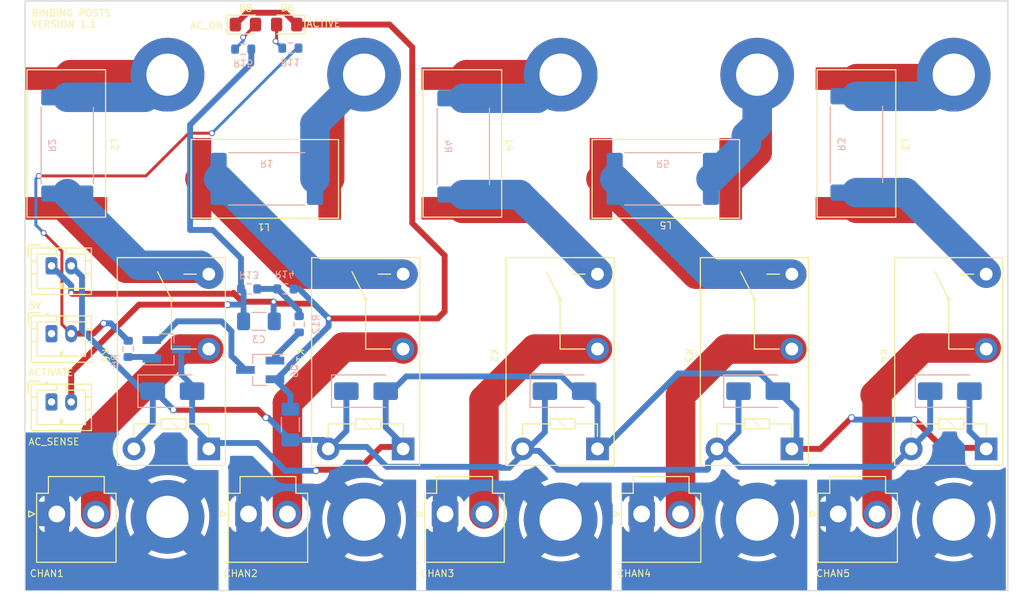
<source format=kicad_pcb>
(kicad_pcb (version 20221018) (generator pcbnew)
  (layers (0 "F.Cu" signal) (31 "B.Cu" signal) (34 "B.Paste" user) (35 "F.Paste" user) (36 "B.SilkS" user "B.Silkscreen") (37 "F.SilkS" user "F.Silkscreen") (38 "B.Mask" user) (39 "F.Mask" user) (44 "Edge.Cuts" user))
  (net 0 "")
  (net 1 "PGND")
  (net 2 "SPEAKER")
  (net 3 "SPEAKER2")
  (net 4 "PGND2")
  (net 5 "SIGNAL2")
  (net 6 "SPEAKER3")
  (net 7 "PGND3")
  (net 8 "SIGNAL3")
  (net 9 "SPEAKER4")
  (net 10 "PGND4")
  (net 11 "SIGNAL4")
  (net 12 "SPEAKER5")
  (net 13 "PGND5")
  (net 14 "SIGNAL5")
  (net 15 "5V")
  (net 16 "Net-(D1-A)")
  (net 17 "Net-(Q1-B)")
  (net 18 "ACTIVATE")
  (net 19 "SIGNAL1_OUT")
  (net 20 "SIGNAL1")
  (net 21 "SIGNAL2_OUT")
  (net 22 "SIGNAL3_OUT")
  (net 23 "SIGNAL4_OUT")
  (net 24 "SIGNAL5_OUT")
  (net 25 "Net-(D6-A)")
  (net 26 "Net-(Q1-E)")
  (net 27 "Net-(Q6-B)")
  (net 28 "AC_SENSE")
  (net 29 "RELAY_GND")
  (net 30 "AC_ACTIVE")
  (net 31 "Net-(D8-A)")
  (net 32 "AC_GND")
  (net 33 "ACTIVATE_GND")
  (footprint "LED_SMD:LED_0805_2012Metric_Pad1.15x1.40mm_HandSolder" (layer "F.Cu") (at 145.925 42.9)
    (fp_text reference "D8" (at 0 -1.65 unlocked) (layer "F.SilkS") (effects (font (size 0.7 0.7) (thickness 0.1))))
    (fp_text value "YELLOW")
    (pad "1" smd roundrect (at -1.025 0) (size 1.15 1.4) (layers "F.Cu" "F.Paste" "F.Mask") (roundrect_rratio 0.217391) (net 29 "RELAY_GND"))
    (pad "2" smd roundrect (at 1.025 0) (size 1.15 1.4) (layers "F.Cu" "F.Paste" "F.Mask") (roundrect_rratio 0.217391) (net 31 "Net-(D8-A)"))
  )
  (footprint "Components:929SQ-501JEC 500nh Air Core Inductor" (layer "F.Cu") (at 188.7 58.6 180)
    (fp_text reference "L5" (at 0 -4.7 180 unlocked) (layer "F.SilkS") (effects (font (size 0.7 0.7) (thickness 0.1))))
    (fp_text value "0.5u")
    (pad "1" smd rect (at -6.6 0 180) (size 2.3 8.3) (layers "F.Cu" "F.Paste" "F.Mask") (net 9 "SPEAKER4"))
    (pad "2" smd rect (at 6.6 0 180) (size 2.3 8.3) (layers "F.Cu" "F.Paste" "F.Mask") (net 23 "SIGNAL4_OUT"))
  )
  (footprint "Connector_JST:JST_VH_B2P-VH-B_1x02_P3.96mm_Vertical" (layer "F.Cu") (at 166.2425 92.7)
    (fp_text reference "J4" hide)
    (fp_text value "Conn_01x02_Male")
    (pad "1" thru_hole roundrect (at 0 0) (size 2.7 2.7) (drill 1.7) (layers "*.Cu" "*.Mask") (roundrect_rratio 0.092593) (net 7 "PGND3"))
    (pad "2" thru_hole circle (at 3.96 0) (size 2.7 2.7) (drill 1.7) (layers "*.Cu" "*.Mask") (net 8 "SIGNAL3"))
  )
  (footprint "Components:929SQ-501JEC 500nh Air Core Inductor" (layer "F.Cu") (at 208.1 55 -90)
    (fp_text reference "L3" (at 0.1 -5 -90 unlocked) (layer "F.SilkS") (effects (font (size 0.7 0.7) (thickness 0.1))))
    (fp_text value "538n")
    (pad "1" smd rect (at -6.6 0 270) (size 2.3 8.3) (layers "F.Cu" "F.Paste" "F.Mask") (net 12 "SPEAKER5"))
    (pad "2" smd rect (at 6.6 0 270) (size 2.3 8.3) (layers "F.Cu" "F.Paste" "F.Mask") (net 24 "SIGNAL5_OUT"))
  )
  (footprint "MountingHole:MountingHole_4.3mm_M4_DIN965_Pad" (layer "F.Cu") (at 138 92.995)
    (fp_text reference "H4" hide)
    (fp_text value "MountingHole_Pad")
    (pad "1" thru_hole circle (at 0 0) (size 7.5 7.5) (drill 4.3) (layers "*.Cu" "*.Mask") (net 1 "PGND"))
  )
  (footprint "Components:929SQ-501JEC 500nh Air Core Inductor" (layer "F.Cu") (at 127.7 55 -90)
    (fp_text reference "L2" (at 0.1 -4.9 -90 unlocked) (layer "F.SilkS") (effects (font (size 0.7 0.7) (thickness 0.1))))
    (fp_text value "0.5u")
    (pad "1" smd rect (at -6.6 0 270) (size 2.3 8.3) (layers "F.Cu" "F.Paste" "F.Mask") (net 2 "SPEAKER"))
    (pad "2" smd rect (at 6.6 0 270) (size 2.3 8.3) (layers "F.Cu" "F.Paste" "F.Mask") (net 19 "SIGNAL1_OUT"))
  )
  (footprint "MountingHole:MountingHole_4.3mm_M4_DIN965_Pad" (layer "F.Cu") (at 218 93.27)
    (fp_text reference "H7" hide)
    (fp_text value "MountingHole_Pad")
    (pad "1" thru_hole circle (at 0 0) (size 7.5 7.5) (drill 4.3) (layers "*.Cu" "*.Mask") (net 13 "PGND5"))
  )
  (footprint "Connector_JST:JST_PH_B2B-PH-K_1x02_P2.00mm_Vertical" (layer "F.Cu") (at 126.2 74.35)
    (fp_text reference "J7" hide)
    (fp_text value "Conn_01x02_Pin")
    (pad "1" thru_hole roundrect (at 0 0) (size 1.2 1.75) (drill 0.75) (layers "*.Cu" "*.Mask") (roundrect_rratio 0.208333) (net 33 "ACTIVATE_GND"))
    (pad "2" thru_hole oval (at 2 0) (size 1.2 1.75) (drill 0.75) (layers "*.Cu" "*.Mask") (net 18 "ACTIVATE"))
  )
  (footprint "MountingHole:MountingHole_4.3mm_M4_DIN965_Pad" (layer "F.Cu") (at 218 48)
    (fp_text reference "H5" hide)
    (fp_text value "MountingHole_Pad")
    (pad "1" thru_hole circle (at 0 0) (size 7.5 7.5) (drill 4.3) (layers "*.Cu" "*.Mask") (net 12 "SPEAKER5"))
  )
  (footprint "Relay_THT:Relay_SPST_Omron-G5Q-1A" (layer "F.Cu") (at 181.75 86.075 90)
    (fp_text reference "K2" (at 9.5 -10.5 270 unlocked) (layer "F.SilkS") (effects (font (size 0.7 0.7) (thickness 0.1))))
    (fp_text value "G5Q-1")
    (pad "1" thru_hole rect (at 0 0 270) (size 2.3 2.3) (drill 1.3) (layers "*.Cu" "*.Mask") (net 16 "Net-(D1-A)"))
    (pad "2" thru_hole circle (at 10.16 0 270) (size 2.3 2.3) (drill 1.3) (layers "*.Cu" "*.Mask") (net 8 "SIGNAL3"))
    (pad "3" thru_hole circle (at 17.78 0 270) (size 2.3 2.3) (drill 1.3) (layers "*.Cu" "*.Mask") (net 22 "SIGNAL3_OUT"))
    (pad "5" thru_hole circle (at 0 -7.62 270) (size 2.3 2.3) (drill 1.3) (layers "*.Cu" "*.Mask") (net 15 "5V"))
  )
  (footprint "MountingHole:MountingHole_4.3mm_M4_DIN965_Pad" (layer "F.Cu") (at 178 48)
    (fp_text reference "H6" hide)
    (fp_text value "MountingHole_Pad")
    (pad "1" thru_hole circle (at 0 0) (size 7.5 7.5) (drill 4.3) (layers "*.Cu" "*.Mask") (net 6 "SPEAKER3"))
  )
  (footprint "Relay_THT:Relay_SPST_Omron-G5Q-1A" (layer "F.Cu") (at 221.3 86.075 90)
    (fp_text reference "K4" (at 9.5 -10.5 270 unlocked) (layer "F.SilkS") (effects (font (size 0.7 0.7) (thickness 0.1))))
    (fp_text value "G5Q-1")
    (pad "1" thru_hole rect (at 0 0 270) (size 2.3 2.3) (drill 1.3) (layers "*.Cu" "*.Mask") (net 16 "Net-(D1-A)"))
    (pad "2" thru_hole circle (at 10.16 0 270) (size 2.3 2.3) (drill 1.3) (layers "*.Cu" "*.Mask") (net 14 "SIGNAL5"))
    (pad "3" thru_hole circle (at 17.78 0 270) (size 2.3 2.3) (drill 1.3) (layers "*.Cu" "*.Mask") (net 24 "SIGNAL5_OUT"))
    (pad "5" thru_hole circle (at 0 -7.62 270) (size 2.3 2.3) (drill 1.3) (layers "*.Cu" "*.Mask") (net 15 "5V"))
  )
  (footprint "MountingHole:MountingHole_4.3mm_M4_DIN965_Pad" (layer "F.Cu") (at 138 48)
    (fp_text reference "H2" hide)
    (fp_text value "MountingHole_Pad")
    (pad "1" thru_hole circle (at 0 0) (size 7.5 7.5) (drill 4.3) (layers "*.Cu" "*.Mask") (net 2 "SPEAKER"))
  )
  (footprint "Relay_THT:Relay_SPST_Omron-G5Q-1A" (layer "F.Cu") (at 161.975 86.075 90)
    (fp_text reference "K1" (at 9.5 -10.5 270 unlocked) (layer "F.SilkS") (effects (font (size 0.7 0.7) (thickness 0.1))))
    (fp_text value "G5Q-1")
    (pad "1" thru_hole rect (at 0 0 270) (size 2.3 2.3) (drill 1.3) (layers "*.Cu" "*.Mask") (net 16 "Net-(D1-A)"))
    (pad "2" thru_hole circle (at 10.16 0 270) (size 2.3 2.3) (drill 1.3) (layers "*.Cu" "*.Mask") (net 5 "SIGNAL2"))
    (pad "3" thru_hole circle (at 17.78 0 270) (size 2.3 2.3) (drill 1.3) (layers "*.Cu" "*.Mask") (net 21 "SIGNAL2_OUT"))
    (pad "5" thru_hole circle (at 0 -7.62 270) (size 2.3 2.3) (drill 1.3) (layers "*.Cu" "*.Mask") (net 15 "5V"))
  )
  (footprint "Connector_JST:JST_PH_B2B-PH-K_1x02_P2.00mm_Vertical" (layer "F.Cu") (at 126.2 67.45)
    (fp_text reference "J6" hide)
    (fp_text value "Conn_01x02_Pin")
    (pad "1" thru_hole roundrect (at 0 0) (size 1.2 1.75) (drill 0.75) (layers "*.Cu" "*.Mask") (roundrect_rratio 0.208333) (net 29 "RELAY_GND"))
    (pad "2" thru_hole oval (at 2 0) (size 1.2 1.75) (drill 0.75) (layers "*.Cu" "*.Mask") (net 15 "5V"))
  )
  (footprint "Relay_THT:Relay_SPST_Omron-G5Q-1A" (layer "F.Cu") (at 142.2 86.075 90)
    (fp_text reference "K6" (at 9.5 -10.5 270 unlocked) (layer "F.SilkS") (effects (font (size 0.7 0.7) (thickness 0.1))))
    (fp_text value "G5Q-1")
    (pad "1" thru_hole rect (at 0 0 270) (size 2.3 2.3) (drill 1.3) (layers "*.Cu" "*.Mask") (net 16 "Net-(D1-A)"))
    (pad "2" thru_hole circle (at 10.16 0 270) (size 2.3 2.3) (drill 1.3) (layers "*.Cu" "*.Mask") (net 20 "SIGNAL1"))
    (pad "3" thru_hole circle (at 17.78 0 270) (size 2.3 2.3) (drill 1.3) (layers "*.Cu" "*.Mask") (net 19 "SIGNAL1_OUT"))
    (pad "5" thru_hole circle (at 0 -7.62 270) (size 2.3 2.3) (drill 1.3) (layers "*.Cu" "*.Mask") (net 15 "5V"))
  )
  (footprint "Connector_JST:JST_VH_B2P-VH-B_1x02_P3.96mm_Vertical" (layer "F.Cu") (at 146.2425 92.7)
    (fp_text reference "J1" hide)
    (fp_text value "Conn_01x02_Male")
    (pad "1" thru_hole roundrect (at 0 0) (size 2.7 2.7) (drill 1.7) (layers "*.Cu" "*.Mask") (roundrect_rratio 0.092593) (net 4 "PGND2"))
    (pad "2" thru_hole circle (at 3.96 0) (size 2.7 2.7) (drill 1.7) (layers "*.Cu" "*.Mask") (net 5 "SIGNAL2"))
  )
  (footprint "MountingHole:MountingHole_4.3mm_M4_DIN965_Pad" (layer "F.Cu") (at 198 48)
    (fp_text reference "H9" hide)
    (fp_text value "MountingHole_Pad")
    (pad "1" thru_hole circle (at 0 0) (size 7.5 7.5) (drill 4.3) (layers "*.Cu" "*.Mask") (net 9 "SPEAKER4"))
  )
  (footprint "MountingHole:MountingHole_4.3mm_M4_DIN965_Pad" (layer "F.Cu") (at 158 48)
    (fp_text reference "H1" hide)
    (fp_text value "MountingHole_Pad")
    (pad "1" thru_hole circle (at 0 0) (size 7.5 7.5) (drill 4.3) (layers "*.Cu" "*.Mask") (net 3 "SPEAKER2"))
  )
  (footprint "Connector_JST:JST_VH_B2P-VH-B_1x02_P3.96mm_Vertical" (layer "F.Cu") (at 186.2425 92.7)
    (fp_text reference "J5" hide)
    (fp_text value "Conn_01x02_Male")
    (pad "1" thru_hole roundrect (at 0 0) (size 2.7 2.7) (drill 1.7) (layers "*.Cu" "*.Mask") (roundrect_rratio 0.092593) (net 10 "PGND4"))
    (pad "2" thru_hole circle (at 3.96 0) (size 2.7 2.7) (drill 1.7) (layers "*.Cu" "*.Mask") (net 11 "SIGNAL4"))
  )
  (footprint "Connector_JST:JST_VH_B2P-VH-B_1x02_P3.96mm_Vertical" (layer "F.Cu") (at 206.2425 92.7)
    (fp_text reference "J3" hide)
    (fp_text value "Conn_01x02_Male")
    (pad "1" thru_hole roundrect (at 0 0) (size 2.7 2.7) (drill 1.7) (layers "*.Cu" "*.Mask") (roundrect_rratio 0.092593) (net 13 "PGND5"))
    (pad "2" thru_hole circle (at 3.96 0) (size 2.7 2.7) (drill 1.7) (layers "*.Cu" "*.Mask") (net 14 "SIGNAL5"))
  )
  (footprint "Components:929SQ-501JEC 500nh Air Core Inductor" (layer "F.Cu") (at 168 55 -90)
    (fp_text reference "L4" (at 0.2 -4.8 -90 unlocked) (layer "F.SilkS") (effects (font (size 0.7 0.7) (thickness 0.1))))
    (fp_text value "0.5u")
    (pad "1" smd rect (at -6.6 0 270) (size 2.3 8.3) (layers "F.Cu" "F.Paste" "F.Mask") (net 6 "SPEAKER3"))
    (pad "2" smd rect (at 6.6 0 270) (size 2.3 8.3) (layers "F.Cu" "F.Paste" "F.Mask") (net 22 "SIGNAL3_OUT"))
  )
  (footprint "Connector_JST:JST_VH_B2P-VH-B_1x02_P3.96mm_Vertical" (layer "F.Cu") (at 126.7425 92.7)
    (fp_text reference "J2" hide)
    (fp_text value "Conn_01x02_Male")
    (pad "1" thru_hole roundrect (at 0 0) (size 2.7 2.7) (drill 1.7) (layers "*.Cu" "*.Mask") (roundrect_rratio 0.092593) (net 1 "PGND"))
    (pad "2" thru_hole circle (at 3.96 0) (size 2.7 2.7) (drill 1.7) (layers "*.Cu" "*.Mask") (net 20 "SIGNAL1"))
  )
  (footprint "LED_SMD:LED_0805_2012Metric_Pad1.15x1.40mm_HandSolder" (layer "F.Cu") (at 150.125 42.9 180)
    (fp_text reference "D6" (at -0.075 1.7 unlocked) (layer "F.SilkS") (effects (font (size 0.7 0.7) (thickness 0.1))))
    (fp_text value "RED")
    (pad "1" smd roundrect (at -1.025 0 180) (size 1.15 1.4) (layers "F.Cu" "F.Paste" "F.Mask") (roundrect_rratio 0.217391) (net 29 "RELAY_GND"))
    (pad "2" smd roundrect (at 1.025 0 180) (size 1.15 1.4) (layers "F.Cu" "F.Paste" "F.Mask") (roundrect_rratio 0.217391) (net 25 "Net-(D6-A)"))
  )
  (footprint "MountingHole:MountingHole_4.3mm_M4_DIN965_Pad" (layer "F.Cu") (at 158 93.27)
    (fp_text reference "H3" hide)
    (fp_text value "MountingHole_Pad")
    (pad "1" thru_hole circle (at 0 0) (size 7.5 7.5) (drill 4.3) (layers "*.Cu" "*.Mask") (net 4 "PGND2"))
  )
  (footprint "Connector_JST:JST_PH_B2B-PH-K_1x02_P2.00mm_Vertical" (layer "F.Cu") (at 126.2 81.3)
    (fp_text reference "J8" hide)
    (fp_text value "Conn_01x02_Pin")
    (pad "1" thru_hole roundrect (at 0 0) (size 1.2 1.75) (drill 0.75) (layers "*.Cu" "*.Mask") (roundrect_rratio 0.208333) (net 32 "AC_GND"))
    (pad "2" thru_hole oval (at 2 0) (size 1.2 1.75) (drill 0.75) (layers "*.Cu" "*.Mask") (net 28 "AC_SENSE"))
  )
  (footprint "Components:929SQ-501JEC 500nh Air Core Inductor" (layer "F.Cu") (at 147.9 58.6 180)
    (fp_text reference "L1" (at 0.1 -4.9 180 unlocked) (layer "F.SilkS") (effects (font (size 0.7 0.7) (thickness 0.1))))
    (fp_text value "0.5u")
    (pad "1" smd rect (at -6.6 0 180) (size 2.3 8.3) (layers "F.Cu" "F.Paste" "F.Mask") (net 3 "SPEAKER2"))
    (pad "2" smd rect (at 6.6 0 180) (size 2.3 8.3) (layers "F.Cu" "F.Paste" "F.Mask") (net 21 "SIGNAL2_OUT"))
  )
  (footprint "MountingHole:MountingHole_4.3mm_M4_DIN965_Pad" (layer "F.Cu") (at 178 93.27)
    (fp_text reference "H8" hide)
    (fp_text value "MountingHole_Pad")
    (pad "1" thru_hole circle (at 0 0) (size 7.5 7.5) (drill 4.3) (layers "*.Cu" "*.Mask") (net 7 "PGND3"))
  )
  (footprint "Relay_THT:Relay_SPST_Omron-G5Q-1A" (layer "F.Cu") (at 201.525 86.075 90)
    (fp_text reference "K3" (at 9.5 -10.5 270 unlocked) (layer "F.SilkS") (effects (font (size 0.7 0.7) (thickness 0.1))))
    (fp_text value "G5Q-1")
    (pad "1" thru_hole rect (at 0 0 270) (size 2.3 2.3) (drill 1.3) (layers "*.Cu" "*.Mask") (net 16 "Net-(D1-A)"))
    (pad "2" thru_hole circle (at 10.16 0 270) (size 2.3 2.3) (drill 1.3) (layers "*.Cu" "*.Mask") (net 11 "SIGNAL4"))
    (pad "3" thru_hole circle (at 17.78 0 270) (size 2.3 2.3) (drill 1.3) (layers "*.Cu" "*.Mask") (net 23 "SIGNAL4_OUT"))
    (pad "5" thru_hole circle (at 0 -7.62 270) (size 2.3 2.3) (drill 1.3) (layers "*.Cu" "*.Mask") (net 15 "5V"))
  )
  (footprint "MountingHole:MountingHole_4.3mm_M4_DIN965_Pad" (layer "F.Cu") (at 198 93.27)
    (fp_text reference "H10" hide)
    (fp_text value "MountingHole_Pad")
    (pad "1" thru_hole circle (at 0 0) (size 7.5 7.5) (drill 4.3) (layers "*.Cu" "*.Mask") (net 10 "PGND4"))
  )
  (footprint "Package_TO_SOT_SMD:SOT-23_Handsoldering" (layer "B.Cu") (at 147.4302 78.0394 180)
    (fp_text reference "Q6" (at -3.5 -0.1 90 unlocked) (layer "B.SilkS") (effects (font (size 0.7 0.7) (thickness 0.1)) (justify mirror)))
    (fp_text value "2SC1945")
    (pad "1" smd rect (at -1.5 0.95 180) (size 1.9 0.8) (layers "B.Cu" "B.Paste" "B.Mask") (net 27 "Net-(Q6-B)"))
    (pad "2" smd rect (at -1.5 -0.95 180) (size 1.9 0.8) (layers "B.Cu" "B.Paste" "B.Mask") (net 29 "RELAY_GND"))
    (pad "3" smd rect (at 1.5 0 180) (size 1.9 0.8) (layers "B.Cu" "B.Paste" "B.Mask") (net 26 "Net-(Q1-E)"))
  )
  (footprint "Diode_SMD:D_SMA" (layer "B.Cu") (at 158.2 80.2)
    (fp_text reference "D2" hide)
    (fp_text value "1N4001")
    (pad "1" smd roundrect (at -2 0) (size 2.5 1.8) (layers "B.Cu" "B.Paste" "B.Mask") (roundrect_rratio 0.1388888889) (net 15 "5V"))
    (pad "2" smd roundrect (at 2 0) (size 2.5 1.8) (layers "B.Cu" "B.Paste" "B.Mask") (roundrect_rratio 0.1388888889) (net 16 "Net-(D1-A)"))
  )
  (footprint "Resistor_SMD:R_0603_1608Metric" (layer "B.Cu") (at 134 75.9 -90)
    (fp_text reference "R6" (at 1.2 1.33 90 unlocked) (layer "B.SilkS") (effects (font (size 0.7 0.7) (thickness 0.1)) (justify mirror)))
    (fp_text value "820R")
    (pad "1" smd roundrect (at -0.825 0 270) (size 0.8 0.95) (layers "B.Cu" "B.Paste" "B.Mask") (net 18 "ACTIVATE"))
    (pad "2" smd roundrect (at 0.825 0 270) (size 0.8 0.95) (layers "B.Cu" "B.Paste" "B.Mask") (net 17 "Net-(Q1-B)"))
  )
  (footprint "Resistor_SMD:R_4020_10251Metric_Pad1.65x5.30mm_HandSolder" (layer "B.Cu") (at 188.4 58.6)
    (fp_text reference "R5" (at 0 -1.565 -180 unlocked) (layer "B.SilkS") (effects (font (size 0.7 0.7) (thickness 0.1)) (justify mirror)))
    (fp_text value "6.8R")
    (pad "1" smd roundrect (at -4.9 0) (size 1.65 5.3) (layers "B.Cu" "B.Paste" "B.Mask") (roundrect_rratio 0.151515) (net 23 "SIGNAL4_OUT"))
    (pad "2" smd roundrect (at 4.9 0) (size 1.65 5.3) (layers "B.Cu" "B.Paste" "B.Mask") (roundrect_rratio 0.151515) (net 9 "SPEAKER4"))
  )
  (footprint "Resistor_SMD:R_4020_10251Metric_Pad1.65x5.30mm_HandSolder" (layer "B.Cu") (at 127.8 55.2 90)
    (fp_text reference "R2" (at 0 -1.565 -90 unlocked) (layer "B.SilkS") (effects (font (size 0.7 0.7) (thickness 0.1)) (justify mirror)))
    (fp_text value "6.8R")
    (pad "1" smd roundrect (at -4.9 0 90) (size 1.65 5.3) (layers "B.Cu" "B.Paste" "B.Mask") (roundrect_rratio 0.151515) (net 19 "SIGNAL1_OUT"))
    (pad "2" smd roundrect (at 4.9 0 90) (size 1.65 5.3) (layers "B.Cu" "B.Paste" "B.Mask") (roundrect_rratio 0.151515) (net 2 "SPEAKER"))
  )
  (footprint "Resistor_SMD:R_4020_10251Metric_Pad1.65x5.30mm_HandSolder" (layer "B.Cu") (at 208.1 55.1 90)
    (fp_text reference "R3" (at 0 -1.565 -90 unlocked) (layer "B.SilkS") (effects (font (size 0.7 0.7) (thickness 0.1)) (justify mirror)))
    (fp_text value "7.5R")
    (pad "1" smd roundrect (at -4.9 0 90) (size 1.65 5.3) (layers "B.Cu" "B.Paste" "B.Mask") (roundrect_rratio 0.151515) (net 24 "SIGNAL5_OUT"))
    (pad "2" smd roundrect (at 4.9 0 90) (size 1.65 5.3) (layers "B.Cu" "B.Paste" "B.Mask") (roundrect_rratio 0.151515) (net 12 "SPEAKER5"))
  )
  (footprint "Diode_SMD:D_SMA" (layer "B.Cu") (at 138.5 80.2)
    (fp_text reference "D1" hide)
    (fp_text value "1N4001")
    (pad "1" smd roundrect (at -2 0) (size 2.5 1.8) (layers "B.Cu" "B.Paste" "B.Mask") (roundrect_rratio 0.1388888889) (net 15 "5V"))
    (pad "2" smd roundrect (at 2 0) (size 2.5 1.8) (layers "B.Cu" "B.Paste" "B.Mask") (roundrect_rratio 0.1388888889) (net 16 "Net-(D1-A)"))
  )
  (footprint "Resistor_SMD:R_4020_10251Metric_Pad1.65x5.30mm_HandSolder" (layer "B.Cu") (at 168.1 55.3 90)
    (fp_text reference "R4" (at 0 -1.565 -90 unlocked) (layer "B.SilkS") (effects (font (size 0.7 0.7) (thickness 0.1)) (justify mirror)))
    (fp_text value "6.8R")
    (pad "1" smd roundrect (at -4.9 0 90) (size 1.65 5.3) (layers "B.Cu" "B.Paste" "B.Mask") (roundrect_rratio 0.151515) (net 22 "SIGNAL3_OUT"))
    (pad "2" smd roundrect (at 4.9 0 90) (size 1.65 5.3) (layers "B.Cu" "B.Paste" "B.Mask") (roundrect_rratio 0.151515) (net 6 "SPEAKER3"))
  )
  (footprint "Resistor_SMD:R_4020_10251Metric_Pad1.65x5.30mm_HandSolder" (layer "B.Cu") (at 148.1 58.6)
    (fp_text reference "R1" (at 0 -1.565 -180 unlocked) (layer "B.SilkS") (effects (font (size 0.7 0.7) (thickness 0.1)) (justify mirror)))
    (fp_text value "6.8R")
    (pad "1" smd roundrect (at -4.9 0) (size 1.65 5.3) (layers "B.Cu" "B.Paste" "B.Mask") (roundrect_rratio 0.151515) (net 21 "SIGNAL2_OUT"))
    (pad "2" smd roundrect (at 4.9 0) (size 1.65 5.3) (layers "B.Cu" "B.Paste" "B.Mask") (roundrect_rratio 0.151515) (net 3 "SPEAKER2"))
  )
  (footprint "Resistor_SMD:R_0603_1608Metric" (layer "B.Cu") (at 150 69.8 180)
    (fp_text reference "R14" (at 0.075 1.5 180 unlocked) (layer "B.SilkS") (effects (font (size 0.7 0.7) (thickness 0.1)) (justify mirror)))
    (fp_text value "10K")
    (pad "1" smd roundrect (at -0.825 0 180) (size 0.8 0.95) (layers "B.Cu" "B.Paste" "B.Mask") (net 29 "RELAY_GND"))
    (pad "2" smd roundrect (at 0.825 0 180) (size 0.8 0.95) (layers "B.Cu" "B.Paste" "B.Mask") (net 30 "AC_ACTIVE"))
  )
  (footprint "Capacitor_SMD:C_1206_3216Metric_Pad1.33x1.80mm_HandSolder" (layer "B.Cu") (at 150.5 83.6 90)
    (fp_text reference "C1" hide)
    (fp_text value "10U")
    (pad "1" smd roundrect (at -1.5625 0 90) (size 1.325 1.8) (layers "B.Cu" "B.Paste" "B.Mask") (roundrect_rratio 0.188679) (net 15 "5V"))
    (pad "2" smd roundrect (at 1.5625 0 90) (size 1.325 1.8) (layers "B.Cu" "B.Paste" "B.Mask") (roundrect_rratio 0.188679) (net 29 "RELAY_GND"))
  )
  (footprint "Resistor_SMD:R_0603_1608Metric" (layer "B.Cu") (at 145.7 45.4)
    (fp_text reference "R15" (at 0 1.43 -180 unlocked) (layer "B.SilkS") (effects (font (size 0.7 0.7) (thickness 0.1)) (justify mirror)))
    (fp_text value "430R")
    (pad "1" smd roundrect (at -0.825 0) (size 0.8 0.95) (layers "B.Cu" "B.Paste" "B.Mask") (net 31 "Net-(D8-A)"))
    (pad "2" smd roundrect (at 0.825 0) (size 0.8 0.95) (layers "B.Cu" "B.Paste" "B.Mask") (net 28 "AC_SENSE"))
  )
  (footprint "Diode_SMD:D_SMA" (layer "B.Cu") (at 198.1 80.2)
    (fp_text reference "D4" hide)
    (fp_text value "1N4001")
    (pad "1" smd roundrect (at -2 0) (size 2.5 1.8) (layers "B.Cu" "B.Paste" "B.Mask") (roundrect_rratio 0.1388888889) (net 15 "5V"))
    (pad "2" smd roundrect (at 2 0) (size 2.5 1.8) (layers "B.Cu" "B.Paste" "B.Mask") (roundrect_rratio 0.1388888889) (net 16 "Net-(D1-A)"))
  )
  (footprint "Package_TO_SOT_SMD:SOT-23_Handsoldering" (layer "B.Cu") (at 137.9 75.95)
    (fp_text reference "Q1" hide)
    (fp_text value "2SC1945")
    (pad "1" smd rect (at -1.5 0.95) (size 1.9 0.8) (layers "B.Cu" "B.Paste" "B.Mask") (net 17 "Net-(Q1-B)"))
    (pad "2" smd rect (at -1.5 -0.95) (size 1.9 0.8) (layers "B.Cu" "B.Paste" "B.Mask") (net 26 "Net-(Q1-E)"))
    (pad "3" smd rect (at 1.5 0) (size 1.9 0.8) (layers "B.Cu" "B.Paste" "B.Mask") (net 16 "Net-(D1-A)"))
  )
  (footprint "Diode_SMD:D_SMA" (layer "B.Cu") (at 178.4 80.2)
    (fp_text reference "D3" hide)
    (fp_text value "1N4001")
    (pad "1" smd roundrect (at -2 0) (size 2.5 1.8) (layers "B.Cu" "B.Paste" "B.Mask") (roundrect_rratio 0.1388888889) (net 15 "5V"))
    (pad "2" smd roundrect (at 2 0) (size 2.5 1.8) (layers "B.Cu" "B.Paste" "B.Mask") (roundrect_rratio 0.1388888889) (net 16 "Net-(D1-A)"))
  )
  (footprint "Resistor_SMD:R_0603_1608Metric" (layer "B.Cu") (at 151.4 73.4 -90)
    (fp_text reference "R12" (at 0 -1.7 -270 unlocked) (layer "B.SilkS") (effects (font (size 0.7 0.7) (thickness 0.1)) (justify mirror)))
    (fp_text value "820R")
    (pad "1" smd roundrect (at -0.825 0 270) (size 0.8 0.95) (layers "B.Cu" "B.Paste" "B.Mask") (net 30 "AC_ACTIVE"))
    (pad "2" smd roundrect (at 0.825 0 270) (size 0.8 0.95) (layers "B.Cu" "B.Paste" "B.Mask") (net 27 "Net-(Q6-B)"))
  )
  (footprint "Capacitor_SMD:C_1206_3216Metric_Pad1.33x1.80mm_HandSolder" (layer "B.Cu") (at 147.3 73.1)
    (fp_text reference "C3" (at 0 1.85 unlocked) (layer "B.SilkS") (effects (font (size 0.7 0.7) (thickness 0.1)) (justify mirror)))
    (fp_text value "1U")
    (pad "1" smd roundrect (at -1.5625 0) (size 1.325 1.8) (layers "B.Cu" "B.Paste" "B.Mask") (roundrect_rratio 0.188679) (net 28 "AC_SENSE"))
    (pad "2" smd roundrect (at 1.5625 0) (size 1.325 1.8) (layers "B.Cu" "B.Paste" "B.Mask") (roundrect_rratio 0.188679) (net 29 "RELAY_GND"))
  )
  (footprint "Resistor_SMD:R_0603_1608Metric" (layer "B.Cu") (at 150.5 45.3)
    (fp_text reference "R11" (at 0 1.43 -180 unlocked) (layer "B.SilkS") (effects (font (size 0.7 0.7) (thickness 0.1)) (justify mirror)))
    (fp_text value "360R")
    (pad "1" smd roundrect (at -0.825 0) (size 0.8 0.95) (layers "B.Cu" "B.Paste" "B.Mask") (net 25 "Net-(D6-A)"))
    (pad "2" smd roundrect (at 0.825 0) (size 0.8 0.95) (layers "B.Cu" "B.Paste" "B.Mask") (net 18 "ACTIVATE"))
  )
  (footprint "Diode_SMD:D_SMA" (layer "B.Cu") (at 217.6 80.2)
    (fp_text reference "D5" hide)
    (fp_text value "1N4001")
    (pad "1" smd roundrect (at -2 0) (size 2.5 1.8) (layers "B.Cu" "B.Paste" "B.Mask") (roundrect_rratio 0.1388888889) (net 15 "5V"))
    (pad "2" smd roundrect (at 2 0) (size 2.5 1.8) (layers "B.Cu" "B.Paste" "B.Mask") (roundrect_rratio 0.1388888889) (net 16 "Net-(D1-A)"))
  )
  (footprint "Resistor_SMD:R_0603_1608Metric" (layer "B.Cu") (at 146.3 69.8 180)
    (fp_text reference "R13" (at 0 1.43 180 unlocked) (layer "B.SilkS") (effects (font (size 0.7 0.7) (thickness 0.1)) (justify mirror)))
    (fp_text value "20K")
    (pad "1" smd roundrect (at -0.825 0 180) (size 0.8 0.95) (layers "B.Cu" "B.Paste" "B.Mask") (net 30 "AC_ACTIVE"))
    (pad "2" smd roundrect (at 0.825 0 180) (size 0.8 0.95) (layers "B.Cu" "B.Paste" "B.Mask") (net 28 "AC_SENSE"))
  )
  (gr_line (start 123.5 40.5) (end 123.5 100.5) (stroke (width 0.1)) (layer "Edge.Cuts"))
  (gr_line (start 223.5 100.5) (end 223.5 40.5) (stroke (width 0.1)) (layer "Edge.Cuts"))
  (gr_line (start 223.5 40.5) (end 123.5 40.5) (stroke (width 0.1)) (layer "Edge.Cuts"))
  (gr_line (start 123.5 100.5) (end 223.5 100.5) (stroke (width 0.1)) (layer "Edge.Cuts"))
  (gr_text "CHAN3" (at 167.2375 98.75) (layer "F.SilkS") (effects (font (size 0.7 0.7) (thickness 0.1)) (justify right)))
  (gr_text "CHAN5" (at 207.5 98.75) (layer "F.SilkS") (effects (font (size 0.7 0.7) (thickness 0.1)) (justify right)))
  (gr_text "CHAN4" (at 187.25 98.75) (layer "F.SilkS") (effects (font (size 0.7 0.7) (thickness 0.1)) (justify right)))
  (gr_text "5V" (at 125.2 71.5) (layer "F.SilkS") (effects (font (size 0.7 0.7) (thickness 0.1)) (justify right)))
  (gr_text "AC_SENSE" (at 129.099999 85.35) (layer "F.SilkS") (effects (font (size 0.7 0.7) (thickness 0.1)) (justify right)))
  (gr_text "CHAN2" (at 147.2375 98.75) (layer "F.SilkS") (effects (font (size 0.7 0.7) (thickness 0.1)) (justify right)))
  (gr_text "ACTIVE\n" (at 155.625 42.8) (layer "F.SilkS") (effects (font (size 0.7 0.7) (thickness 0.1)) (justify right)))
  (gr_text "AC_ON" (at 143.7 43) (layer "F.SilkS") (effects (font (size 0.7 0.7) (thickness 0.1)) (justify right)))
  (gr_text "CHAN1" (at 127.5 98.75) (layer "F.SilkS") (effects (font (size 0.7 0.7) (thickness 0.1)) (justify right)))
  (gr_text "BINDING POSTS \nVERSION 1.1" (at 124.1 42.3) (layer "F.SilkS") (effects (font (size 0.7 0.7) (thickness 0.1)) (justify left)))
  (gr_text "ACTIVATE" (at 128.466665 78.3) (layer "F.SilkS") (effects (font (size 0.7 0.7) (thickness 0.1)) (justify right)))
  (segment (start 128.1 48) (end 127.7 48.4) (width 3) (layer "F.Cu") (net 2))
  (segment (start 138 48) (end 128.1 48) (width 3) (layer "F.Cu") (net 2))
  (segment (start 127.8 50.3) (end 135.7 50.3) (width 3) (layer "B.Cu") (net 2))
  (segment (start 135.7 50.3) (end 138 48) (width 3) (layer "B.Cu") (net 2))
  (segment (start 154.5 58.6) (end 154.5 51.5) (width 3) (layer "F.Cu") (net 3))
  (segment (start 154.5 51.5) (end 158 48) (width 3) (layer "F.Cu") (net 3))
  (segment (start 153 58.6) (end 153 53) (width 3) (layer "B.Cu") (net 3))
  (segment (start 153 53) (end 158 48) (width 3) (layer "B.Cu") (net 3))
  (segment (start 155.885 75.715) (end 161.775 75.715) (width 3) (layer "F.Cu") (net 5))
  (segment (start 161.775 75.715) (end 161.975 75.915) (width 3) (layer "F.Cu") (net 5))
  (segment (start 150.2025 81.3975) (end 155.885 75.715) (width 3) (layer "F.Cu") (net 5))
  (segment (start 150.2025 92.7) (end 150.2025 81.3975) (width 3) (layer "F.Cu") (net 5))
  (segment (start 178 48) (end 168.4 48) (width 3) (layer "F.Cu") (net 6))
  (segment (start 168.4 48) (end 168 48.4) (width 3) (layer "F.Cu") (net 6))
  (segment (start 168.1 50.4) (end 175.6 50.4) (width 3) (layer "B.Cu") (net 6))
  (segment (start 175.6 50.4) (end 178 48) (width 3) (layer "B.Cu") (net 6))
  (segment (start 175.385 75.915) (end 181.75 75.915) (width 3) (layer "F.Cu") (net 8))
  (segment (start 170.2025 81.0975) (end 175.385 75.915) (width 3) (layer "F.Cu") (net 8))
  (segment (start 170.2025 92.7) (end 170.2025 81.0975) (width 3) (layer "F.Cu") (net 8))
  (segment (start 198 55.9) (end 195.3 58.6) (width 3) (layer "F.Cu") (net 9))
  (segment (start 198 48) (end 198 55.9) (width 3) (layer "F.Cu") (net 9))
  (segment (start 196.9 54.2) (end 198 53.1) (width 3) (layer "B.Cu") (net 9))
  (segment (start 193.3 58.6) (end 196.9 55) (width 3) (layer "B.Cu") (net 9))
  (segment (start 196.9 55) (end 196.9 54.2) (width 3) (layer "B.Cu") (net 9))
  (segment (start 198 53.1) (end 198 48) (width 3) (layer "B.Cu") (net 9))
  (segment (start 190.2025 80.5975) (end 194.885 75.915) (width 3) (layer "F.Cu") (net 11))
  (segment (start 194.885 75.915) (end 201.525 75.915) (width 3) (layer "F.Cu") (net 11))
  (segment (start 190.2025 92.7) (end 190.2025 80.5975) (width 3) (layer "F.Cu") (net 11))
  (segment (start 208.1 48.4) (end 217.6 48.4) (width 3) (layer "F.Cu") (net 12))
  (segment (start 208.1 50.2) (end 215.8 50.2) (width 3) (layer "B.Cu") (net 12))
  (segment (start 215.8 50.2) (end 218 48) (width 3) (layer "B.Cu") (net 12))
  (segment (start 214.785 75.815) (end 221.3 75.815) (width 3) (layer "F.Cu") (net 14))
  (segment (start 210.2025 92.7) (end 210.2025 80.8025) (width 3) (layer "F.Cu") (net 14))
  (segment (start 210.2025 80.8025) (end 210 80.6) (width 3) (layer "F.Cu") (net 14))
  (segment (start 210 80.6) (end 214.785 75.815) (width 3) (layer "F.Cu") (net 14))
  (segment (start 138.6 82.1) (end 147.2 82.1) (width 0.6) (layer "F.Cu") (net 15))
  (segment (start 147.2 82.1) (end 148 82.9) (width 0.6) (layer "F.Cu") (net 15))
  (via (at 148 82.9) (size 0.7) (drill 0.5) (layers "F.Cu" "B.Cu") (net 15))
  (via (at 138.6 82.1) (size 0.7) (drill 0.5) (layers "F.Cu" "B.Cu") (net 15))
  (segment (start 154.58 85.875) (end 158.275 85.875) (width 0.6) (layer "B.Cu") (net 15))
  (segment (start 213.68 85.975) (end 215.6 84.055) (width 0.6) (layer "B.Cu") (net 15))
  (segment (start 192.9 88.2) (end 193 88.1) (width 0.6) (layer "B.Cu") (net 15))
  (segment (start 196.1 81.2) (end 196.1 84.355) (width 0.6) (layer "B.Cu") (net 15))
  (segment (start 176.4 84.355) (end 174.48 86.275) (width 0.6) (layer "B.Cu") (net 15))
  (segment (start 193 88.1) (end 193 87.455) (width 0.6) (layer "B.Cu") (net 15))
  (segment (start 171.8 87.9) (end 171.9 88) (width 0.6) (layer "B.Cu") (net 15))
  (segment (start 175.775 86.275) (end 177.7 88.2) (width 0.6) (layer "B.Cu") (net 15))
  (segment (start 128.2 67.45) (end 129.3 68.55) (width 0.6) (layer "B.Cu") (net 15))
  (segment (start 174.48 86.275) (end 175.775 86.275) (width 0.6) (layer "B.Cu") (net 15))
  (segment (start 136.7 80.2) (end 138.6 82.1) (width 0.6) (layer "B.Cu") (net 15))
  (segment (start 156.2 80.6) (end 156.2 84.255) (width 0.6) (layer "B.Cu") (net 15))
  (segment (start 129.3 68.55) (end 129.3 74) (width 0.6) (layer "B.Cu") (net 15))
  (segment (start 148 82.9) (end 148.2375 82.9) (width 0.6) (layer "B.Cu") (net 15))
  (segment (start 150.5 85.1625) (end 153.8675 85.1625) (width 0.6) (layer "B.Cu") (net 15))
  (segment (start 194.38 86.075) (end 196.205 87.9) (width 0.6) (layer "B.Cu") (net 15))
  (segment (start 193 87.455) (end 194.38 86.075) (width 0.6) (layer "B.Cu") (net 15))
  (segment (start 176.4 80.8) (end 176.4 84.355) (width 0.6) (layer "B.Cu") (net 15))
  (segment (start 211.755 87.9) (end 213.68 85.975) (width 0.6) (layer "B.Cu") (net 15))
  (segment (start 153.8675 85.1625) (end 154.58 85.875) (width 0.6) (layer "B.Cu") (net 15))
  (segment (start 171.9 88) (end 172.755 88) (width 0.6) (layer "B.Cu") (net 15))
  (segment (start 129.3 74) (end 135.5 80.2) (width 0.6) (layer "B.Cu") (net 15))
  (segment (start 160.3 87.9) (end 171.8 87.9) (width 0.6) (layer "B.Cu") (net 15))
  (segment (start 156.2 84.255) (end 154.58 85.875) (width 0.6) (layer "B.Cu") (net 15))
  (segment (start 148.2375 82.9) (end 150.5 85.1625) (width 0.6) (layer "B.Cu") (net 15))
  (segment (start 135.5 80.2) (end 136.5 80.2) (width 0.6) (layer "B.Cu") (net 15))
  (segment (start 177.7 88.2) (end 192.9 88.2) (width 0.6) (layer "B.Cu") (net 15))
  (segment (start 196.1 84.355) (end 194.38 86.075) (width 0.6) (layer "B.Cu") (net 15))
  (segment (start 172.755 88) (end 174.48 86.275) (width 0.6) (layer "B.Cu") (net 15))
  (segment (start 136.5 83.555) (end 134.58 85.475) (width 0.6) (layer "B.Cu") (net 15))
  (segment (start 215.6 84.055) (end 215.6 80.5) (width 0.6) (layer "B.Cu") (net 15))
  (segment (start 158.275 85.875) (end 160.3 87.9) (width 0.6) (layer "B.Cu") (net 15))
  (segment (start 136.5 80.2) (end 136.5 83.555) (width 0.6) (layer "B.Cu") (net 15))
  (segment (start 196.205 87.9) (end 211.755 87.9) (width 0.6) (layer "B.Cu") (net 15))
  (segment (start 204.425 86.075) (end 202 86.075) (width 0.6) (layer "F.Cu") (net 16))
  (segment (start 207.6 82.9) (end 204.425 86.075) (width 0.6) (layer "F.Cu") (net 16))
  (segment (start 216.875 85.975) (end 214 83.1) (width 0.6) (layer "F.Cu") (net 16))
  (segment (start 153.2 88.2) (end 153.1 88.3) (width 0.6) (layer "F.Cu") (net 16))
  (segment (start 221.3 85.975) (end 216.875 85.975) (width 0.6) (layer "F.Cu") (net 16))
  (segment (start 162.2 85.875) (end 159.725 85.875) (width 0.6) (layer "F.Cu") (net 16))
  (segment (start 157.4 88.2) (end 153.2 88.2) (width 0.6) (layer "F.Cu") (net 16))
  (segment (start 159.725 85.875) (end 157.4 88.2) (width 0.6) (layer "F.Cu") (net 16))
  (via (at 207.6 82.9) (size 0.7) (drill 0.5) (layers "F.Cu" "B.Cu") (net 16))
  (via (at 214 83.1) (size 0.7) (drill 0.5) (layers "F.Cu" "B.Cu") (net 16))
  (via (at 153.1 88.3) (size 0.7) (drill 0.5) (layers "F.Cu" "B.Cu") (net 16))
  (segment (start 198.3 78.4) (end 189.975 78.4) (width 0.6) (layer "B.Cu") (net 16))
  (segment (start 150 88.3) (end 147.175 85.475) (width 0.6) (layer "B.Cu") (net 16))
  (segment (start 219.6 84.275) (end 221.3 85.975) (width 0.6) (layer "B.Cu") (net 16))
  (segment (start 189.975 78.4) (end 182.1 86.275) (width 0.6) (layer "B.Cu") (net 16))
  (segment (start 207.8 83.1) (end 207.6 82.9) (width 0.6) (layer "B.Cu") (net 16))
  (segment (start 214 83.1) (end 207.8 83.1) (width 0.6) (layer "B.Cu") (net 16))
  (segment (start 181.75 81.55) (end 180.4 80.2) (width 0.6) (layer "B.Cu") (net 16))
  (segment (start 153.1 88.3) (end 150 88.3) (width 0.6) (layer "B.Cu") (net 16))
  (segment (start 139.4 78.5) (end 140.5 79.6) (width 0.6) (layer "B.Cu") (net 16))
  (segment (start 160.2 83.875) (end 162.2 85.875) (width 0.6) (layer "B.Cu") (net 16))
  (segment (start 178.1 78.7) (end 162.3 78.7) (width 0.6) (layer "B.Cu") (net 16))
  (segment (start 147.175 85.475) (end 142.2 85.475) (width 0.6) (layer "B.Cu") (net 16))
  (segment (start 140.5 83.775) (end 142.2 85.475) (width 0.6) (layer "B.Cu") (net 16))
  (segment (start 162.3 78.7) (end 160.4 80.6) (width 0.6) (layer "B.Cu") (net 16))
  (segment (start 140.5 80.2) (end 140.5 83.775) (width 0.6) (layer "B.Cu") (net 16))
  (segment (start 181.75 86.075) (end 181.75 81.55) (width 0.6) (layer "B.Cu") (net 16))
  (segment (start 180.2 80.8) (end 178.1 78.7) (width 0.6) (layer "B.Cu") (net 16))
  (segment (start 219.6 80.5) (end 219.6 84.275) (width 0.6) (layer "B.Cu") (net 16))
  (segment (start 202 86.075) (end 202 82.1) (width 0.6) (layer "B.Cu") (net 16))
  (segment (start 160.2 80.6) (end 160.2 83.875) (width 0.6) (layer "B.Cu") (net 16))
  (segment (start 202 82.1) (end 198.3 78.4) (width 0.6) (layer "B.Cu") (net 16))
  (segment (start 139.4 75.95) (end 139.4 78.5) (width 0.6) (layer "B.Cu") (net 16))
  (segment (start 134 76.725) (end 136.925 76.725) (width 0.6) (layer "B.Cu") (net 17))
  (segment (start 127.25 73.4) (end 128.2 74.35) (width 0.3) (layer "F.Cu") (net 18))
  (segment (start 130.45 74.35) (end 131.5 73.3) (width 0.6) (layer "F.Cu") (net 18))
  (segment (start 140.149504 53.95552) (end 135.805024 58.3) (width 0.3) (layer "F.Cu") (net 18))
  (segment (start 128.2 74.35) (end 130.45 74.35) (width 0.6) (layer "F.Cu") (net 18))
  (segment (start 127.25 65.95) (end 127.25 73.4) (width 0.3) (layer "F.Cu") (net 18))
  (segment (start 142.52064 53.95552) (end 140.149504 53.95552) (width 0.3) (layer "F.Cu") (net 18))
  (segment (start 135.805024 58.3) (end 124.9 58.3) (width 0.3) (layer "F.Cu") (net 18))
  (segment (start 125.4 64.1) (end 127.25 65.95) (width 0.3) (layer "F.Cu") (net 18))
  (via (at 125.4 64.1) (size 0.6) (drill 0.4) (layers "F.Cu" "B.Cu") (net 18))
  (via (at 124.9 58.3) (size 0.6) (drill 0.4) (layers "F.Cu" "B.Cu") (net 18))
  (via (at 131.5 73.3) (size 0.7) (drill 0.5) (layers "F.Cu" "B.Cu") (net 18))
  (via (at 142.52064 53.95552) (size 0.6) (drill 0.4) (layers "F.Cu" "B.Cu") (net 18))
  (segment (start 131.5 73.3) (end 132.225 73.3) (width 0.6) (layer "B.Cu") (net 18))
  (segment (start 132.225 73.3) (end 134 75.075) (width 0.6) (layer "B.Cu") (net 18))
  (segment (start 151.17616 45.3) (end 142.52064 53.95552) (width 0.3) (layer "B.Cu") (net 18))
  (segment (start 124.6 63.3) (end 125.4 64.1) (width 0.3) (layer "B.Cu") (net 18))
  (segment (start 124.6 58.6) (end 124.6 63.3) (width 0.3) (layer "B.Cu") (net 18))
  (segment (start 124.9 58.3) (end 124.6 58.6) (width 0.3) (layer "B.Cu") (net 18))
  (segment (start 142.2 68.295) (end 141.6 67.695) (width 3) (layer "F.Cu") (net 19))
  (segment (start 133.795 67.695) (end 127.7 61.6) (width 3) (layer "F.Cu") (net 19))
  (segment (start 141.6 67.695) (end 133.795 67.695) (width 3) (layer "F.Cu") (net 19))
  (segment (start 141.305 67.4) (end 142.2 68.295) (width 3) (layer "B.Cu") (net 19))
  (segment (start 135.1 67.4) (end 141.305 67.4) (width 3) (layer "B.Cu") (net 19))
  (segment (start 127.8 60.1) (end 135.1 67.4) (width 3) (layer "B.Cu") (net 19))
  (segment (start 139.285 75.915) (end 142.2 75.915) (width 3) (layer "F.Cu") (net 20))
  (segment (start 130.7025 84.4975) (end 139.285 75.915) (width 3) (layer "F.Cu") (net 20))
  (segment (start 130.7025 92.7) (end 130.7025 84.4975) (width 3) (layer "F.Cu") (net 20))
  (segment (start 141.3 58.6) (end 150.995 68.295) (width 3) (layer "F.Cu") (net 21))
  (segment (start 150.995 68.295) (end 161.975 68.295) (width 3) (layer "F.Cu") (net 21))
  (segment (start 152.895 68.295) (end 161.975 68.295) (width 3) (layer "B.Cu") (net 21))
  (segment (start 143.2 58.6) (end 152.895 68.295) (width 3) (layer "B.Cu") (net 21))
  (segment (start 175.205 61.6) (end 181.75 68.145) (width 3) (layer "F.Cu") (net 22))
  (segment (start 168 61.6) (end 175.205 61.6) (width 3) (layer "F.Cu") (net 22))
  (segment (start 181.75 68.145) (end 181.75 68.295) (width 3) (layer "F.Cu") (net 22))
  (segment (start 168.1 60.2) (end 173.805 60.2) (width 3) (layer "B.Cu") (net 22))
  (segment (start 173.805 60.2) (end 181.75 68.145) (width 3) (layer "B.Cu") (net 22))
  (segment (start 181.75 68.145) (end 181.75 68.295) (width 3) (layer "B.Cu") (net 22))
  (segment (start 182.1 58.6) (end 191.795 68.295) (width 3) (layer "F.Cu") (net 23))
  (segment (start 191.795 68.295) (end 201.525 68.295) (width 3) (layer "F.Cu") (net 23))
  (segment (start 193.195 68.295) (end 201.525 68.295) (width 3) (layer "B.Cu") (net 23))
  (segment (start 183.5 58.6) (end 193.195 68.295) (width 3) (layer "B.Cu") (net 23))
  (segment (start 214.705 61.6) (end 221.3 68.195) (width 3) (layer "F.Cu") (net 24))
  (segment (start 208.1 61.6) (end 214.705 61.6) (width 3) (layer "F.Cu") (net 24))
  (segment (start 208.1 60) (end 213.105 60) (width 3) (layer "B.Cu") (net 24))
  (segment (start 213.105 60) (end 221.3 68.195) (width 3) (layer "B.Cu") (net 24))
  (segment (start 149.1 44.5) (end 149 44.6) (width 0.3) (layer "F.Cu") (net 25))
  (segment (start 149.1 42.9) (end 149.1 44.5) (width 0.3) (layer "F.Cu") (net 25))
  (via (at 149 44.6) (size 0.6) (drill 0.4) (layers "F.Cu" "B.Cu") (net 25))
  (segment (start 149 44.625) (end 149.675 45.3) (width 0.3) (layer "B.Cu") (net 25))
  (segment (start 149 44.6) (end 149 44.625) (width 0.3) (layer "B.Cu") (net 25))
  (segment (start 139 73.1) (end 137.1 75) (width 0.6) (layer "B.Cu") (net 26))
  (segment (start 144.5 76.6092) (end 144.5 74.1) (width 0.6) (layer "B.Cu") (net 26))
  (segment (start 145.9302 78.0394) (end 144.5 76.6092) (width 0.6) (layer "B.Cu") (net 26))
  (segment (start 143.5 73.1) (end 139 73.1) (width 0.6) (layer "B.Cu") (net 26))
  (segment (start 144.5 74.1) (end 143.5 73.1) (width 0.6) (layer "B.Cu") (net 26))
  (segment (start 148.9302 77.0894) (end 148.9302 76.6948) (width 0.6) (layer "B.Cu") (net 27))
  (segment (start 148.9302 76.6948) (end 151.4 74.225) (width 0.6) (layer "B.Cu") (net 27))
  (segment (start 135.1 71.4) (end 144.1 71.4) (width 0.6) (layer "F.Cu") (net 28))
  (segment (start 128.2 78.3) (end 135.1 71.4) (width 0.6) (layer "F.Cu") (net 28))
  (segment (start 128.2 81.3) (end 128.2 78.3) (width 0.6) (layer "F.Cu") (net 28))
  (via (at 144.1 71.4) (size 0.7) (drill 0.5) (layers "F.Cu" "B.Cu") (net 28))
  (segment (start 145.7375 73.1) (end 145.7375 71.4) (width 0.6) (layer "B.Cu") (net 28))
  (segment (start 140.3 53.1) (end 146.525 46.875) (width 0.6) (layer "B.Cu") (net 28))
  (segment (start 140.3 63.8) (end 140.3 53.1) (width 0.6) (layer "B.Cu") (net 28))
  (segment (start 145.7375 71.4) (end 145.7375 70.0625) (width 0.6) (layer "B.Cu") (net 28))
  (segment (start 145.475 66.675) (end 142.6 63.8) (width 0.6) (layer "B.Cu") (net 28))
  (segment (start 145.7375 70.0625) (end 145.475 69.8) (width 0.6) (layer "B.Cu") (net 28))
  (segment (start 142.6 63.8) (end 140.3 63.8) (width 0.6) (layer "B.Cu") (net 28))
  (segment (start 146.525 46.875) (end 146.525 45.4) (width 0.6) (layer "B.Cu") (net 28))
  (segment (start 144.1 71.4) (end 145.7375 71.4) (width 0.6) (layer "B.Cu") (net 28))
  (segment (start 145.475 69.8) (end 145.475 66.675) (width 0.6) (layer "B.Cu") (net 28))
  (segment (start 154.4 72.8) (end 165.5 72.8) (width 0.6) (layer "F.Cu") (net 29))
  (segment (start 162.9 63.1) (end 162.9 45.2) (width 0.6) (layer "F.Cu") (net 29))
  (segment (start 144.7 70.2) (end 144.605 70.295) (width 0.6) (layer "F.Cu") (net 29))
  (segment (start 154.4 72.8) (end 152.9 71.3) (width 0.6) (layer "F.Cu") (net 29))
  (segment (start 128.295 70.295) (end 128.2 70.2) (width 0.6) (layer "F.Cu") (net 29))
  (segment (start 148.8 71.1) (end 145.6 71.1) (width 0.6) (layer "F.Cu") (net 29))
  (segment (start 144.605 70.295) (end 128.295 70.295) (width 0.6) (layer "F.Cu") (net 29))
  (segment (start 146.1 41.7) (end 149.95 41.7) (width 0.6) (layer "F.Cu") (net 29))
  (segment (start 149 71.3) (end 148.8 71.1) (width 0.6) (layer "F.Cu") (net 29))
  (segment (start 149 71.3) (end 152.9 71.3) (width 0.6) (layer "F.Cu") (net 29))
  (segment (start 145.6 71.1) (end 144.7 70.2) (width 0.6) (layer "F.Cu") (net 29))
  (segment (start 149.95 41.7) (end 151.15 42.9) (width 0.6) (layer "F.Cu") (net 29))
  (segment (start 166.2 66.4) (end 162.9 63.1) (width 0.6) (layer "F.Cu") (net 29))
  (segment (start 160.6 42.9) (end 151.15 42.9) (width 0.6) (layer "F.Cu") (net 29))
  (segment (start 165.5 72.8) (end 166.2 72.1) (width 0.6) (layer "F.Cu") (net 29))
  (segment (start 144.9 42.9) (end 146.1 41.7) (width 0.6) (layer "F.Cu") (net 29))
  (segment (start 162.9 45.2) (end 160.6 42.9) (width 0.6) (layer "F.Cu") (net 29))
  (segment (start 166.2 72.1) (end 166.2 66.4) (width 0.6) (layer "F.Cu") (net 29))
  (via (at 148.8 71.1) (size 0.6) (drill 0.4) (layers "F.Cu" "B.Cu") (net 29))
  (via (at 154.4 72.8) (size 0.6) (drill 0.4) (layers "F.Cu" "B.Cu") (net 29))
  (via (at 128.2 70.2) (size 0.6) (drill 0.4) (layers "F.Cu" "B.Cu") (net 29))
  (segment (start 128.2 69.45) (end 126.2 67.45) (width 0.6) (layer "B.Cu") (net 29))
  (segment (start 150.5 80.5592) (end 148.9302 78.9894) (width 0.6) (layer "B.Cu") (net 29))
  (segment (start 150.825 69.8) (end 151.4 69.8) (width 0.6) (layer "B.Cu") (net 29))
  (segment (start 154.4 72.8) (end 154.4 73.6) (width 0.6) (layer "B.Cu") (net 29))
  (segment (start 151.4 69.8) (end 154.4 72.8) (width 0.6) (layer "B.Cu") (net 29))
  (segment (start 150.5 82.0375) (end 150.5 80.5592) (width 0.6) (layer "B.Cu") (net 29))
  (segment (start 148.8 71.1) (end 148.8 73.0375) (width 0.6) (layer "B.Cu") (net 29))
  (segment (start 154.4 73.6) (end 150.3802 77.6198) (width 0.6) (layer "B.Cu") (net 29))
  (segment (start 128.2 70.2) (end 128.2 69.45) (width 0.6) (layer "B.Cu") (net 29))
  (segment (start 150.3802 77.6198) (end 150.3802 77.696508) (width 0.6) (layer "B.Cu") (net 29))
  (segment (start 150.3802 77.696508) (end 149.087308 78.9894) (width 0.6) (layer "B.Cu") (net 29))
  (segment (start 151.4 72.575) (end 151.4 72.025) (width 0.6) (layer "B.Cu") (net 30))
  (segment (start 147.125 69.8) (end 149.175 69.8) (width 0.6) (layer "B.Cu") (net 30))
  (segment (start 151.4 72.025) (end 149.175 69.8) (width 0.6) (layer "B.Cu") (net 30))
  (segment (start 146.95 42.95) (end 145.7 44.2) (width 0.3) (layer "F.Cu") (net 31))
  (via (at 145.7 44.2) (size 0.6) (drill 0.4) (layers "F.Cu" "B.Cu") (net 31))
  (segment (start 145.7 44.575) (end 144.875 45.4) (width 0.3) (layer "B.Cu") (net 31))
  (segment (start 145.7 44.2) (end 145.7 44.575) (width 0.3) (layer "B.Cu") (net 31))
  (zone (net 7) (net_name "PGND3") (layer "B.Cu") (connect_pads (clearance 1)) (min_thickness 0.25) (fill yes (thermal_gap 0.5) (thermal_bridge_width 2.5))
    (polygon (pts (xy 163.6 84.4) (xy 183.3 84.4) (xy 183.3 101) (xy 183.2 101.1) (xy 163.3 101.1) (xy 163.9 101.7) (xy 163.9 84.1)))
  )
  (zone (net 4) (net_name "PGND2") (layer "B.Cu") (connect_pads (clearance 1)) (min_thickness 0.25) (fill yes (thermal_gap 0.5) (thermal_bridge_width 2.5))
    (polygon (pts (xy 143.6 84.4) (xy 163.3 84.4) (xy 163.3 101) (xy 163.2 101.1) (xy 143.3 101.1) (xy 143.6 101.4)))
  )
  (zone (net 10) (net_name "PGND4") (layer "B.Cu") (connect_pads (clearance 1)) (min_thickness 0.25) (fill yes (thermal_gap 0.5) (thermal_bridge_width 2.5))
    (polygon (pts (xy 183.4 84.6) (xy 203.1 84.6) (xy 203.1 101.2) (xy 203 101.3) (xy 183.1 101.3) (xy 184.2 102.4) (xy 184.2 83.8)))
  )
  (zone (net 13) (net_name "PGND5") (layer "B.Cu") (connect_pads (clearance 1)) (min_thickness 0.25) (fill yes (thermal_gap 0.5) (thermal_bridge_width 2.5))
    (polygon (pts (xy 203.6 84.3) (xy 223.3 84.3) (xy 223.3 100.9) (xy 223.2 101) (xy 203.3 101) (xy 204.1 101.8) (xy 204.1 83.8)))
  )
  (zone (net 1) (net_name "PGND") (layer "B.Cu") (connect_pads (clearance 1)) (min_thickness 0.25) (fill yes (thermal_gap 0.5) (thermal_bridge_width 2.5))
    (polygon (pts (xy 123.5 84.4) (xy 143.2 84.4) (xy 143.2 101) (xy 143.1 101.1) (xy 123.2 101.1) (xy 122.9 100.8) (xy 122.9 85)))
  )
)
</source>
